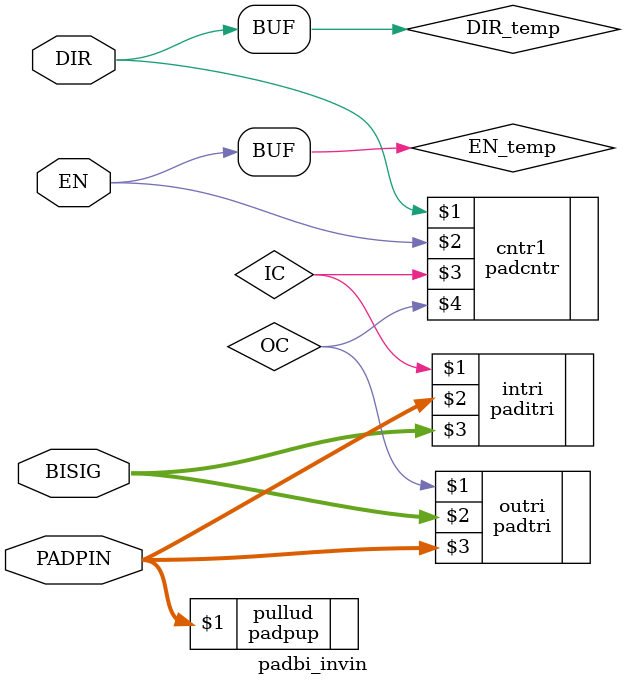
<source format=v>
module padbi_invin(EN,DIR,BISIG,PADPIN);
  parameter M = 7;
  parameter N = 0;
  parameter SLIM_FLAG = 0;
  parameter OUTDRIVE = "4MA";
  parameter LEVEL_SHIFTING = 0;
  parameter SCHMITT_TRIGGER = 0;
  parameter PULL_TYPE = "None";
  parameter
        d_EN_r = 0,
        d_EN_f = 0,
        d_DIR_r = 0,
        d_DIR_f = 0,
        d_BISIG = 1,
        d_PADPIN = 1;
  input  EN;
  input  DIR;
  inout [M:N] BISIG;
  inout [M:N] PADPIN;
  wire  EN_temp;
  wire  DIR_temp;
  wire [M:N] BISIG_temp;
  wire [M:N] PADPIN_temp;
  wire  IC;
  wire  OC;
  assign #(d_EN_r,d_EN_f) EN_temp = EN;
  assign #(d_DIR_r,d_DIR_f) DIR_temp = DIR;
  padpup #(M,N,PULL_TYPE) pullud (PADPIN);
  padtri #(M,N) outri (OC,BISIG,PADPIN);
  paditri #(M,N) intri (IC,PADPIN,BISIG);
  padcntr cntr1 (DIR_temp,EN_temp,IC,OC);
endmodule

</source>
